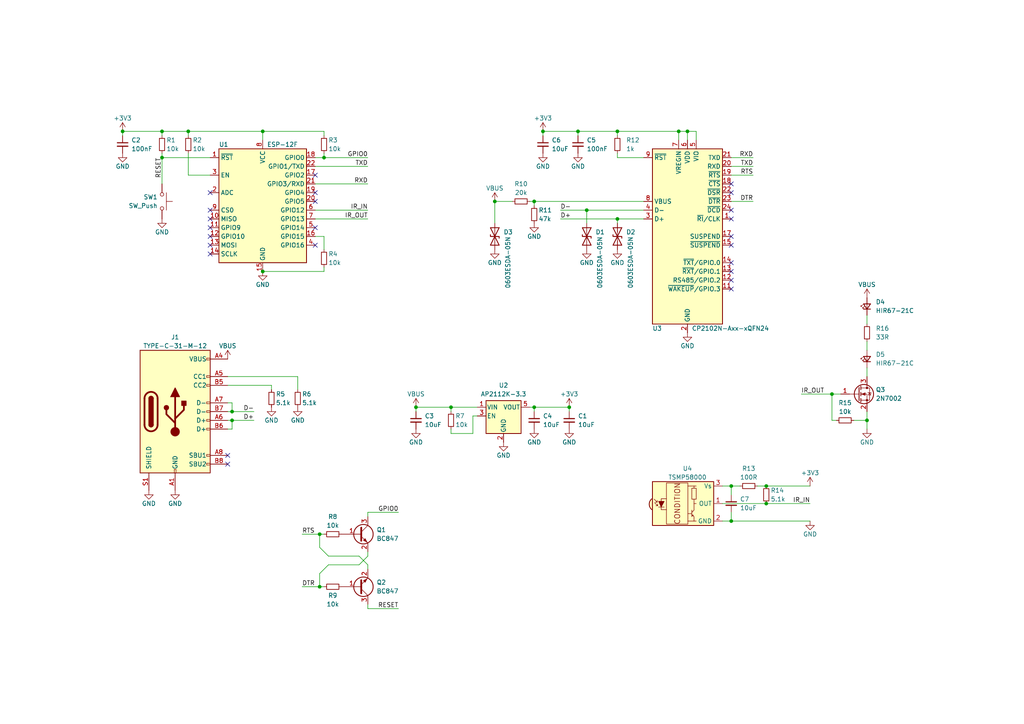
<source format=kicad_sch>
(kicad_sch (version 20211123) (generator eeschema)
  (paper "A4")
  (lib_symbols
    (symbol "Connector:USB_C_Receptacle_USB2.0" (pin_names (offset 1.016))
      (property "Reference" "J" (at -10.16 19.05 0))
      (property "Value" "USB_C_Receptacle_USB2.0" (at 19.05 19.05 0))
      (symbol "USB_C_Receptacle_USB2.0_0_0"
        (rectangle (start -0.254 -17.78) (end 0.254 -16.764))
        (rectangle (start 10.16 -14.986) (end 9.144 -15.494))
        (rectangle (start 10.16 -12.446) (end 9.144 -12.954))
        (rectangle (start 10.16 -4.826) (end 9.144 -5.334))
        (rectangle (start 10.16 -2.286) (end 9.144 -2.794))
        (rectangle (start 10.16 0.254) (end 9.144 -0.254))
        (rectangle (start 10.16 2.794) (end 9.144 2.286))
        (rectangle (start 10.16 7.874) (end 9.144 7.366))
        (rectangle (start 10.16 10.414) (end 9.144 9.906))
        (rectangle (start 10.16 15.494) (end 9.144 14.986))
      )
      (symbol "USB_C_Receptacle_USB2.0_0_1"
        (rectangle (start -10.16 17.78) (end 10.16 -17.78) (stroke (width 0.254)) (fill (type background)))
        (arc (start -8.89 -3.81) (mid -6.985 -5.715) (end -5.08 -3.81) (stroke (width 0.508)))
        (arc (start -7.62 -3.81) (mid -6.985 -4.445) (end -6.35 -3.81) (stroke (width 0.254)))
        (arc (start -7.62 -3.81) (mid -6.985 -4.445) (end -6.35 -3.81) (stroke (width 0.254)) (fill (type outline)))
        (rectangle (start -7.62 -3.81) (end -6.35 3.81) (stroke (width 0.254)) (fill (type outline)))
        (arc (start -6.35 3.81) (mid -6.985 4.445) (end -7.62 3.81) (stroke (width 0.254)))
        (arc (start -6.35 3.81) (mid -6.985 4.445) (end -7.62 3.81) (stroke (width 0.254)) (fill (type outline)))
        (arc (start -5.08 3.81) (mid -6.985 5.715) (end -8.89 3.81) (stroke (width 0.508)))
        (circle (center -2.54 1.143) (radius 0.635) (stroke (width 0.254)) (fill (type outline)))
        (circle (center 0 -5.842) (radius 1.27) (fill (type outline)))
        (polyline (pts (xy -8.89 -3.81) (xy -8.89 3.81)) (stroke (width 0.508)))
        (polyline (pts (xy -5.08 3.81) (xy -5.08 -3.81)) (stroke (width 0.508)))
        (polyline (pts (xy 0 -5.842) (xy 0 4.318)) (stroke (width 0.508)))
        (polyline (pts (xy 0 -3.302) (xy -2.54 -0.762) (xy -2.54 0.508)) (stroke (width 0.508)))
        (polyline (pts (xy 0 -2.032) (xy 2.54 0.508) (xy 2.54 1.778)) (stroke (width 0.508)))
        (polyline (pts (xy -1.27 4.318) (xy 0 6.858) (xy 1.27 4.318) (xy -1.27 4.318)) (stroke (width 0.254)) (fill (type outline)))
        (rectangle (start 1.905 1.778) (end 3.175 3.048) (stroke (width 0.254)) (fill (type outline)))
      )
      (symbol "USB_C_Receptacle_USB2.0_1_1"
        (pin passive line (at 0 -22.86 90) (length 5.08) (name "GND") (number "A1"))
        (pin passive line (at 0 -22.86 90) (length 5.08) hide (name "GND") (number "A12"))
        (pin passive line (at 15.24 15.24 180) (length 5.08) (name "VBUS") (number "A4"))
        (pin bidirectional line (at 15.24 10.16 180) (length 5.08) (name "CC1") (number "A5"))
        (pin bidirectional line (at 15.24 -2.54 180) (length 5.08) (name "D+") (number "A6"))
        (pin bidirectional line (at 15.24 2.54 180) (length 5.08) (name "D-") (number "A7"))
        (pin bidirectional line (at 15.24 -12.7 180) (length 5.08) (name "SBU1") (number "A8"))
        (pin passive line (at 15.24 15.24 180) (length 5.08) hide (name "VBUS") (number "A9"))
        (pin passive line (at 0 -22.86 90) (length 5.08) hide (name "GND") (number "B1"))
        (pin passive line (at 0 -22.86 90) (length 5.08) hide (name "GND") (number "B12"))
        (pin passive line (at 15.24 15.24 180) (length 5.08) hide (name "VBUS") (number "B4"))
        (pin bidirectional line (at 15.24 7.62 180) (length 5.08) (name "CC2") (number "B5"))
        (pin bidirectional line (at 15.24 -5.08 180) (length 5.08) (name "D+") (number "B6"))
        (pin bidirectional line (at 15.24 0 180) (length 5.08) (name "D-") (number "B7"))
        (pin bidirectional line (at 15.24 -15.24 180) (length 5.08) (name "SBU2") (number "B8"))
        (pin passive line (at 15.24 15.24 180) (length 5.08) hide (name "VBUS") (number "B9"))
        (pin passive line (at -7.62 -22.86 90) (length 5.08) (name "SHIELD") (number "S1"))
      )
    )
    (symbol "Device:C_Small" (pin_numbers hide) (pin_names (offset 0.254) hide)
      (property "Reference" "C" (at 0.254 1.778 0))
      (property "Value" "C_Small" (at 0.254 -2.032 0))
      (symbol "C_Small_0_1"
        (polyline (pts (xy -1.524 -0.508) (xy 1.524 -0.508)) (stroke (width 0.3302)))
        (polyline (pts (xy -1.524 0.508) (xy 1.524 0.508)) (stroke (width 0.3048)))
      )
      (symbol "C_Small_1_1"
        (pin passive line (at 0 2.54 270) (length 2.032) (name "~") (number "1"))
        (pin passive line (at 0 -2.54 90) (length 2.032) (name "~") (number "2"))
      )
    )
    (symbol "Device:D_TVS" (pin_numbers hide) (pin_names (offset 1.016) hide)
      (property "Reference" "D" (at 0 2.54 0))
      (property "Value" "D_TVS" (at 0 -2.54 0))
      (symbol "D_TVS_0_1"
        (polyline (pts (xy 1.27 0) (xy -1.27 0)))
        (polyline (pts (xy 0.508 1.27) (xy 0 1.27) (xy 0 -1.27) (xy -0.508 -1.27)) (stroke (width 0.254)))
        (polyline (pts (xy -2.54 1.27) (xy -2.54 -1.27) (xy 2.54 1.27) (xy 2.54 -1.27) (xy -2.54 1.27)) (stroke (width 0.254)))
      )
      (symbol "D_TVS_1_1"
        (pin passive line (at -3.81 0 0) (length 2.54) (name "A1") (number "1"))
        (pin passive line (at 3.81 0 180) (length 2.54) (name "A2") (number "2"))
      )
    )
    (symbol "Device:LED_Small" (pin_numbers hide) (pin_names (offset 0.254) hide)
      (property "Reference" "D" (at -1.27 3.175 0))
      (property "Value" "LED_Small" (at -4.445 -2.54 0))
      (symbol "LED_Small_0_1"
        (polyline (pts (xy -0.762 -1.016) (xy -0.762 1.016)) (stroke (width 0.254)))
        (polyline (pts (xy 1.016 0) (xy -0.762 0)))
        (polyline (pts (xy 0.762 -1.016) (xy -0.762 0) (xy 0.762 1.016) (xy 0.762 -1.016)) (stroke (width 0.254)))
        (polyline (pts (xy 0 0.762) (xy -0.508 1.27) (xy -0.254 1.27) (xy -0.508 1.27) (xy -0.508 1.016)))
        (polyline (pts (xy 0.508 1.27) (xy 0 1.778) (xy 0.254 1.778) (xy 0 1.778) (xy 0 1.524)))
      )
      (symbol "LED_Small_1_1"
        (pin passive line (at -2.54 0 0) (length 1.778) (name "K") (number "1"))
        (pin passive line (at 2.54 0 180) (length 1.778) (name "A") (number "2"))
      )
    )
    (symbol "Device:R_Small" (pin_numbers hide) (pin_names (offset 0.254) hide)
      (property "Reference" "R" (at 0.762 0.508 0))
      (property "Value" "R_Small" (at 0.762 -1.016 0))
      (symbol "R_Small_0_1"
        (rectangle (start -0.762 1.778) (end 0.762 -1.778) (stroke (width 0.2032)))
      )
      (symbol "R_Small_1_1"
        (pin passive line (at 0 2.54 270) (length 0.762) (name "~") (number "1"))
        (pin passive line (at 0 -2.54 90) (length 0.762) (name "~") (number "2"))
      )
    )
    (symbol "Interface_Optical:TSMP58000"
      (property "Reference" "U" (at -10.16 7.62 0))
      (property "Value" "TSMP58000" (at -10.16 -7.62 0))
      (symbol "TSMP58000_0_0"
        (arc (start -10.287 1.397) (mid -11.0899 -0.1852) (end -10.287 -1.778) (stroke (width 0.254)) (fill (type background)))
        (polyline (pts (xy 1.905 -5.08) (xy 0.127 -5.08)))
        (polyline (pts (xy 1.905 5.08) (xy 0.127 5.08)))
        (text "CONDITION" (at -2.921 0 900) (effects (font (size 1.524 1.524))))
      )
      (symbol "TSMP58000_0_1"
        (rectangle (start -6.096 5.969) (end 0.127 -5.969))
        (polyline (pts (xy -8.763 0.381) (xy -9.652 1.27)))
        (polyline (pts (xy -8.763 0.381) (xy -9.271 0.381)))
        (polyline (pts (xy -8.763 0.381) (xy -8.763 0.889)))
        (polyline (pts (xy -8.636 -0.635) (xy -9.525 0.254)))
        (polyline (pts (xy -8.636 -0.635) (xy -9.144 -0.635)))
        (polyline (pts (xy -8.636 -0.635) (xy -8.636 -0.127)))
        (polyline (pts (xy -8.382 -1.016) (xy -6.731 -1.016)))
        (polyline (pts (xy 1.27 -2.921) (xy 0.127 -2.921)))
        (polyline (pts (xy 1.27 -1.905) (xy 1.27 -3.81)))
        (polyline (pts (xy 1.397 -3.556) (xy 1.524 -3.556)))
        (polyline (pts (xy 1.651 -3.556) (xy 1.524 -3.556)))
        (polyline (pts (xy 1.651 -3.556) (xy 1.651 -3.302)))
        (polyline (pts (xy 1.905 0) (xy 1.905 1.27)))
        (polyline (pts (xy 1.905 4.445) (xy 1.905 5.08) (xy 2.54 5.08)))
        (polyline (pts (xy -8.382 0.635) (xy -6.731 0.635) (xy -7.62 -1.016) (xy -8.382 0.635)) (fill (type outline)))
        (polyline (pts (xy -6.096 1.397) (xy -7.62 1.397) (xy -7.62 -1.778) (xy -6.096 -1.778)))
        (polyline (pts (xy 1.27 -3.175) (xy 1.905 -3.81) (xy 1.905 -5.08) (xy 2.54 -5.08)))
        (polyline (pts (xy 1.27 -2.54) (xy 1.905 -1.905) (xy 1.905 0) (xy 2.54 0)))
        (rectangle (start 2.54 1.27) (end 1.27 4.445))
        (rectangle (start 7.62 6.35) (end -10.16 -6.35) (stroke (width 0.254)) (fill (type background)))
      )
      (symbol "TSMP58000_1_1"
        (pin output line (at 10.16 0 180) (length 2.54) (name "OUT") (number "1"))
        (pin power_in line (at 10.16 -5.08 180) (length 2.54) (name "GND") (number "2"))
        (pin power_in line (at 10.16 5.08 180) (length 2.54) (name "Vs") (number "3"))
      )
    )
    (symbol "Interface_USB:CP2102N-Axx-xQFN24"
      (property "Reference" "U" (at -8.89 26.67 0))
      (property "Value" "CP2102N-Axx-xQFN24" (at 13.97 26.67 0))
      (symbol "CP2102N-Axx-xQFN24_0_1"
        (rectangle (start -10.16 25.4) (end 10.16 -25.4) (stroke (width 0.254)) (fill (type background)))
      )
      (symbol "CP2102N-Axx-xQFN24_1_1"
        (pin bidirectional line (at 12.7 5.08 180) (length 2.54) (name "~{RI}/CLK") (number "1"))
        (pin no_connect line (at -10.16 -22.86 0) (length 2.54) hide (name "NC") (number "10"))
        (pin bidirectional line (at 12.7 -15.24 180) (length 2.54) (name "~{WAKEUP}/GPIO.3") (number "11"))
        (pin bidirectional line (at 12.7 -12.7 180) (length 2.54) (name "RS485/GPIO.2") (number "12"))
        (pin bidirectional line (at 12.7 -10.16 180) (length 2.54) (name "~{RXT}/GPIO.1") (number "13"))
        (pin bidirectional line (at 12.7 -7.62 180) (length 2.54) (name "~{TXT}/GPIO.0") (number "14"))
        (pin output line (at 12.7 -2.54 180) (length 2.54) (name "~{SUSPEND}") (number "15"))
        (pin no_connect line (at 10.16 -22.86 180) (length 2.54) hide (name "NC") (number "16"))
        (pin output line (at 12.7 0 180) (length 2.54) (name "SUSPEND") (number "17"))
        (pin input line (at 12.7 15.24 180) (length 2.54) (name "~{CTS}") (number "18"))
        (pin output line (at 12.7 17.78 180) (length 2.54) (name "~{RTS}") (number "19"))
        (pin power_in line (at 0 -27.94 90) (length 2.54) (name "GND") (number "2"))
        (pin input line (at 12.7 20.32 180) (length 2.54) (name "RXD") (number "20"))
        (pin output line (at 12.7 22.86 180) (length 2.54) (name "TXD") (number "21"))
        (pin input line (at 12.7 12.7 180) (length 2.54) (name "~{DSR}") (number "22"))
        (pin output line (at 12.7 10.16 180) (length 2.54) (name "~{DTR}") (number "23"))
        (pin input line (at 12.7 7.62 180) (length 2.54) (name "~{DCD}") (number "24"))
        (pin passive line (at 0 -27.94 90) (length 2.54) hide (name "GND") (number "25"))
        (pin bidirectional line (at -12.7 5.08 0) (length 2.54) (name "D+") (number "3"))
        (pin bidirectional line (at -12.7 7.62 0) (length 2.54) (name "D-") (number "4"))
        (pin power_in line (at 2.54 27.94 270) (length 2.54) (name "VIO") (number "5"))
        (pin power_in line (at 0 27.94 270) (length 2.54) (name "VDD") (number "6"))
        (pin power_in line (at -2.54 27.94 270) (length 2.54) (name "VREGIN") (number "7"))
        (pin input line (at -12.7 10.16 0) (length 2.54) (name "VBUS") (number "8"))
        (pin input line (at -12.7 22.86 0) (length 2.54) (name "~{RST}") (number "9"))
      )
    )
    (symbol "RF_Module:ESP-12F"
      (property "Reference" "U" (at -12.7 19.05 0))
      (property "Value" "ESP-12F" (at 12.7 19.05 0))
      (symbol "ESP-12F_0_1"
        (rectangle (start -12.7 17.78) (end 12.7 -15.24) (stroke (width 0.254)) (fill (type background)))
      )
      (symbol "ESP-12F_1_1"
        (pin input line (at -15.24 15.24 0) (length 2.54) (name "~{RST}") (number "1"))
        (pin bidirectional line (at -15.24 -2.54 0) (length 2.54) (name "MISO") (number "10"))
        (pin bidirectional line (at -15.24 -5.08 0) (length 2.54) (name "GPIO9") (number "11"))
        (pin bidirectional line (at -15.24 -7.62 0) (length 2.54) (name "GPIO10") (number "12"))
        (pin bidirectional line (at -15.24 -10.16 0) (length 2.54) (name "MOSI") (number "13"))
        (pin bidirectional line (at -15.24 -12.7 0) (length 2.54) (name "SCLK") (number "14"))
        (pin power_in line (at 0 -17.78 90) (length 2.54) (name "GND") (number "15"))
        (pin bidirectional line (at 15.24 -7.62 180) (length 2.54) (name "GPIO15") (number "16"))
        (pin bidirectional line (at 15.24 10.16 180) (length 2.54) (name "GPIO2") (number "17"))
        (pin bidirectional line (at 15.24 15.24 180) (length 2.54) (name "GPIO0") (number "18"))
        (pin bidirectional line (at 15.24 5.08 180) (length 2.54) (name "GPIO4") (number "19"))
        (pin input line (at -15.24 5.08 0) (length 2.54) (name "ADC") (number "2"))
        (pin bidirectional line (at 15.24 2.54 180) (length 2.54) (name "GPIO5") (number "20"))
        (pin bidirectional line (at 15.24 7.62 180) (length 2.54) (name "GPIO3/RXD") (number "21"))
        (pin bidirectional line (at 15.24 12.7 180) (length 2.54) (name "GPIO1/TXD") (number "22"))
        (pin input line (at -15.24 10.16 0) (length 2.54) (name "EN") (number "3"))
        (pin bidirectional line (at 15.24 -10.16 180) (length 2.54) (name "GPIO16") (number "4"))
        (pin bidirectional line (at 15.24 -5.08 180) (length 2.54) (name "GPIO14") (number "5"))
        (pin bidirectional line (at 15.24 0 180) (length 2.54) (name "GPIO12") (number "6"))
        (pin bidirectional line (at 15.24 -2.54 180) (length 2.54) (name "GPIO13") (number "7"))
        (pin power_in line (at 0 20.32 270) (length 2.54) (name "VCC") (number "8"))
        (pin input line (at -15.24 0 0) (length 2.54) (name "CS0") (number "9"))
      )
    )
    (symbol "Regulator_Linear:AP2112K-3.3" (pin_names (offset 0.254))
      (property "Reference" "U" (at -5.08 5.715 0))
      (property "Value" "AP2112K-3.3" (at 0 5.715 0))
      (symbol "AP2112K-3.3_0_1"
        (rectangle (start -5.08 4.445) (end 5.08 -5.08) (stroke (width 0.254)) (fill (type background)))
      )
      (symbol "AP2112K-3.3_1_1"
        (pin power_in line (at -7.62 2.54 0) (length 2.54) (name "VIN") (number "1"))
        (pin power_in line (at 0 -7.62 90) (length 2.54) (name "GND") (number "2"))
        (pin input line (at -7.62 0 0) (length 2.54) (name "EN") (number "3"))
        (pin no_connect line (at 5.08 0 180) (length 2.54) hide (name "NC") (number "4"))
        (pin power_out line (at 7.62 2.54 180) (length 2.54) (name "VOUT") (number "5"))
      )
    )
    (symbol "Switch:SW_Push" (pin_numbers hide) (pin_names (offset 1.016) hide)
      (property "Reference" "SW" (at 1.27 2.54 0))
      (property "Value" "SW_Push" (at 0 -1.524 0))
      (symbol "SW_Push_0_1"
        (circle (center -2.032 0) (radius 0.508))
        (polyline (pts (xy 0 1.27) (xy 0 3.048)))
        (polyline (pts (xy 2.54 1.27) (xy -2.54 1.27)))
        (circle (center 2.032 0) (radius 0.508))
        (pin passive line (at -5.08 0 0) (length 2.54) (name "1") (number "1"))
        (pin passive line (at 5.08 0 180) (length 2.54) (name "2") (number "2"))
      )
    )
    (symbol "Transistor_BJT:BC847" (pin_names (offset 0) hide)
      (property "Reference" "Q" (at 5.08 1.905 0))
      (property "Value" "BC847" (at 5.08 0 0))
      (symbol "BC847_0_1"
        (polyline (pts (xy 0.635 0.635) (xy 2.54 2.54)))
        (polyline (pts (xy 0.635 -0.635) (xy 2.54 -2.54) (xy 2.54 -2.54)))
        (polyline (pts (xy 0.635 1.905) (xy 0.635 -1.905) (xy 0.635 -1.905)) (stroke (width 0.508)))
        (polyline (pts (xy 1.27 -1.778) (xy 1.778 -1.27) (xy 2.286 -2.286) (xy 1.27 -1.778) (xy 1.27 -1.778)) (fill (type outline)))
        (circle (center 1.27 0) (radius 2.8194) (stroke (width 0.254)))
      )
      (symbol "BC847_1_1"
        (pin input line (at -5.08 0 0) (length 5.715) (name "B") (number "1"))
        (pin passive line (at 2.54 -5.08 90) (length 2.54) (name "E") (number "2"))
        (pin passive line (at 2.54 5.08 270) (length 2.54) (name "C") (number "3"))
      )
    )
    (symbol "Transistor_FET:2N7002" (pin_names hide)
      (property "Reference" "Q" (at 5.08 1.905 0))
      (property "Value" "2N7002" (at 5.08 0 0))
      (symbol "2N7002_0_1"
        (polyline (pts (xy 0.254 0) (xy -2.54 0)))
        (polyline (pts (xy 0.254 1.905) (xy 0.254 -1.905)) (stroke (width 0.254)))
        (polyline (pts (xy 0.762 -1.27) (xy 0.762 -2.286)) (stroke (width 0.254)))
        (polyline (pts (xy 0.762 0.508) (xy 0.762 -0.508)) (stroke (width 0.254)))
        (polyline (pts (xy 0.762 2.286) (xy 0.762 1.27)) (stroke (width 0.254)))
        (polyline (pts (xy 2.54 2.54) (xy 2.54 1.778)))
        (polyline (pts (xy 2.54 -2.54) (xy 2.54 0) (xy 0.762 0)))
        (polyline (pts (xy 0.762 -1.778) (xy 3.302 -1.778) (xy 3.302 1.778) (xy 0.762 1.778)))
        (polyline (pts (xy 1.016 0) (xy 2.032 0.381) (xy 2.032 -0.381) (xy 1.016 0)) (fill (type outline)))
        (polyline (pts (xy 2.794 0.508) (xy 2.921 0.381) (xy 3.683 0.381) (xy 3.81 0.254)))
        (polyline (pts (xy 3.302 0.381) (xy 2.921 -0.254) (xy 3.683 -0.254) (xy 3.302 0.381)))
        (circle (center 1.651 0) (radius 2.794) (stroke (width 0.254)))
        (circle (center 2.54 -1.778) (radius 0.254) (fill (type outline)))
        (circle (center 2.54 1.778) (radius 0.254) (fill (type outline)))
      )
      (symbol "2N7002_1_1"
        (pin input line (at -5.08 0 0) (length 2.54) (name "G") (number "1"))
        (pin passive line (at 2.54 -5.08 90) (length 2.54) (name "S") (number "2"))
        (pin passive line (at 2.54 5.08 270) (length 2.54) (name "D") (number "3"))
      )
    )
    (symbol "power:+3.3V" (power) (pin_names (offset 0))
      (property "Value" "+3.3V" (at 0 3.556 0))
      (symbol "+3.3V_0_1"
        (polyline (pts (xy -0.762 1.27) (xy 0 2.54)))
        (polyline (pts (xy 0 0) (xy 0 2.54)))
        (polyline (pts (xy 0 2.54) (xy 0.762 1.27)))
      )
      (symbol "+3.3V_1_1"
        (pin power_in line (at 0 0 90) (length 0) hide (name "+3V3") (number "1"))
      )
    )
    (symbol "power:GND" (power) (pin_names (offset 0))
      (property "Value" "GND" (at 0 -3.81 0))
      (symbol "GND_0_1"
        (polyline (pts (xy 0 0) (xy 0 -1.27) (xy 1.27 -1.27) (xy 0 -2.54) (xy -1.27 -1.27) (xy 0 -1.27)))
      )
      (symbol "GND_1_1"
        (pin power_in line (at 0 0 270) (length 0) hide (name "GND") (number "1"))
      )
    )
    (symbol "power:VBUS" (power) (pin_names (offset 0))
      (property "Value" "VBUS" (at 0 3.81 0))
      (symbol "VBUS_0_1"
        (polyline (pts (xy -0.762 1.27) (xy 0 2.54)))
        (polyline (pts (xy 0 0) (xy 0 2.54)))
        (polyline (pts (xy 0 2.54) (xy 0.762 1.27)))
      )
      (symbol "VBUS_1_1"
        (pin power_in line (at 0 0 90) (length 0) hide (name "VBUS") (number "1"))
      )
    )
  )
  (junction (at 199.39 38.1))
  (junction (at 165.1 118.11))
  (junction (at 251.46 121.92))
  (junction (at 154.94 118.11))
  (junction (at 93.98 45.72))
  (junction (at 157.48 38.1))
  (junction (at 196.85 38.1))
  (junction (at 130.81 118.11))
  (junction (at 92.71 170.18))
  (junction (at 222.25 146.05))
  (junction (at 92.71 154.94))
  (junction (at 179.07 38.1))
  (junction (at 35.56 38.1))
  (junction (at 154.94 58.42))
  (junction (at 46.99 45.72))
  (junction (at 54.61 38.1))
  (junction (at 67.31 121.92))
  (junction (at 120.65 118.11))
  (junction (at 170.18 60.96))
  (junction (at 76.2 78.74))
  (junction (at 76.2 38.1))
  (junction (at 179.07 63.5))
  (junction (at 143.51 58.42))
  (junction (at 222.25 140.97))
  (junction (at 46.99 38.1))
  (junction (at 167.64 38.1))
  (junction (at 212.09 140.97))
  (junction (at 241.3 114.3))
  (junction (at 67.31 119.38))
  (junction (at 212.09 151.13))
  (no_connect (at 66.04 134.62))
  (no_connect (at 66.04 132.08))
  (no_connect (at 212.09 83.82))
  (no_connect (at 212.09 76.2))
  (no_connect (at 212.09 81.28))
  (no_connect (at 212.09 78.74))
  (no_connect (at 212.09 53.34))
  (no_connect (at 212.09 71.12))
  (no_connect (at 212.09 55.88))
  (no_connect (at 212.09 68.58))
  (no_connect (at 212.09 60.96))
  (no_connect (at 212.09 63.5))
  (no_connect (at 60.96 66.04))
  (no_connect (at 91.44 66.04))
  (no_connect (at 60.96 68.58))
  (no_connect (at 91.44 71.12))
  (no_connect (at 91.44 55.88))
  (no_connect (at 91.44 58.42))
  (no_connect (at 91.44 50.8))
  (no_connect (at 60.96 73.66))
  (no_connect (at 60.96 63.5))
  (no_connect (at 60.96 71.12))
  (no_connect (at 60.96 60.96))
  (no_connect (at 60.96 55.88))
  (wire (pts (xy 87.63 170.18) (xy 92.71 170.18)))
  (wire (pts (xy 154.94 58.42) (xy 154.94 59.69)))
  (wire (pts (xy 241.3 121.92) (xy 241.3 114.3)))
  (wire (pts (xy 46.99 44.45) (xy 46.99 45.72)))
  (wire (pts (xy 106.68 161.29) (xy 104.14 163.83)))
  (wire (pts (xy 222.25 146.05) (xy 234.95 146.05)))
  (wire (pts (xy 67.31 119.38) (xy 73.66 119.38)))
  (wire (pts (xy 91.44 68.58) (xy 93.98 68.58)))
  (wire (pts (xy 130.81 124.46) (xy 130.81 125.73)))
  (wire (pts (xy 92.71 154.94) (xy 93.98 154.94)))
  (wire (pts (xy 212.09 45.72) (xy 218.44 45.72)))
  (wire (pts (xy 251.46 106.68) (xy 251.46 109.22)))
  (wire (pts (xy 91.44 60.96) (xy 106.68 60.96)))
  (wire (pts (xy 251.46 121.92) (xy 251.46 124.46)))
  (wire (pts (xy 35.56 39.37) (xy 35.56 38.1)))
  (wire (pts (xy 251.46 91.44) (xy 251.46 93.98)))
  (wire (pts (xy 179.07 38.1) (xy 196.85 38.1)))
  (wire (pts (xy 46.99 39.37) (xy 46.99 38.1)))
  (wire (pts (xy 86.36 109.22) (xy 86.36 113.03)))
  (wire (pts (xy 91.44 63.5) (xy 106.68 63.5)))
  (wire (pts (xy 120.65 119.38) (xy 120.65 118.11)))
  (wire (pts (xy 54.61 44.45) (xy 54.61 50.8)))
  (wire (pts (xy 162.56 60.96) (xy 170.18 60.96)))
  (wire (pts (xy 143.51 58.42) (xy 148.59 58.42)))
  (wire (pts (xy 154.94 118.11) (xy 165.1 118.11)))
  (wire (pts (xy 92.71 170.18) (xy 93.98 170.18)))
  (wire (pts (xy 106.68 176.53) (xy 115.57 176.53)))
  (wire (pts (xy 93.98 45.72) (xy 106.68 45.72)))
  (wire (pts (xy 106.68 148.59) (xy 115.57 148.59)))
  (wire (pts (xy 93.98 78.74) (xy 76.2 78.74)))
  (wire (pts (xy 212.09 58.42) (xy 218.44 58.42)))
  (wire (pts (xy 91.44 48.26) (xy 106.68 48.26)))
  (wire (pts (xy 93.98 44.45) (xy 93.98 45.72)))
  (wire (pts (xy 92.71 166.37) (xy 92.71 170.18)))
  (wire (pts (xy 66.04 124.46) (xy 67.31 124.46)))
  (wire (pts (xy 199.39 38.1) (xy 199.39 40.64)))
  (wire (pts (xy 130.81 125.73) (xy 137.16 125.73)))
  (wire (pts (xy 167.64 38.1) (xy 167.64 39.37)))
  (wire (pts (xy 35.56 38.1) (xy 46.99 38.1)))
  (wire (pts (xy 157.48 38.1) (xy 167.64 38.1)))
  (wire (pts (xy 209.55 151.13) (xy 212.09 151.13)))
  (wire (pts (xy 179.07 44.45) (xy 179.07 45.72)))
  (wire (pts (xy 157.48 39.37) (xy 157.48 38.1)))
  (wire (pts (xy 251.46 99.06) (xy 251.46 101.6)))
  (wire (pts (xy 219.71 140.97) (xy 222.25 140.97)))
  (wire (pts (xy 212.09 140.97) (xy 214.63 140.97)))
  (wire (pts (xy 106.68 165.1) (xy 106.68 163.83)))
  (wire (pts (xy 46.99 38.1) (xy 54.61 38.1)))
  (wire (pts (xy 106.68 163.83) (xy 104.14 161.29)))
  (wire (pts (xy 170.18 60.96) (xy 170.18 64.77)))
  (wire (pts (xy 201.93 38.1) (xy 201.93 40.64)))
  (wire (pts (xy 54.61 38.1) (xy 76.2 38.1)))
  (wire (pts (xy 120.65 118.11) (xy 130.81 118.11)))
  (wire (pts (xy 212.09 151.13) (xy 234.95 151.13)))
  (wire (pts (xy 67.31 121.92) (xy 73.66 121.92)))
  (wire (pts (xy 153.67 58.42) (xy 154.94 58.42)))
  (wire (pts (xy 93.98 39.37) (xy 93.98 38.1)))
  (wire (pts (xy 67.31 116.84) (xy 67.31 119.38)))
  (wire (pts (xy 130.81 118.11) (xy 130.81 119.38)))
  (wire (pts (xy 199.39 38.1) (xy 201.93 38.1)))
  (wire (pts (xy 92.71 154.94) (xy 92.71 158.75)))
  (wire (pts (xy 241.3 114.3) (xy 243.84 114.3)))
  (wire (pts (xy 154.94 58.42) (xy 186.69 58.42)))
  (wire (pts (xy 93.98 45.72) (xy 91.44 45.72)))
  (wire (pts (xy 179.07 45.72) (xy 186.69 45.72)))
  (wire (pts (xy 242.57 121.92) (xy 241.3 121.92)))
  (wire (pts (xy 179.07 63.5) (xy 186.69 63.5)))
  (wire (pts (xy 54.61 50.8) (xy 60.96 50.8)))
  (wire (pts (xy 104.14 161.29) (xy 95.25 161.29)))
  (wire (pts (xy 54.61 39.37) (xy 54.61 38.1)))
  (wire (pts (xy 179.07 63.5) (xy 179.07 64.77)))
  (wire (pts (xy 196.85 38.1) (xy 199.39 38.1)))
  (wire (pts (xy 209.55 146.05) (xy 222.25 146.05)))
  (wire (pts (xy 170.18 60.96) (xy 186.69 60.96)))
  (wire (pts (xy 162.56 63.5) (xy 179.07 63.5)))
  (wire (pts (xy 153.67 118.11) (xy 154.94 118.11)))
  (wire (pts (xy 66.04 111.76) (xy 78.74 111.76)))
  (wire (pts (xy 154.94 118.11) (xy 154.94 119.38)))
  (wire (pts (xy 130.81 118.11) (xy 138.43 118.11)))
  (wire (pts (xy 46.99 45.72) (xy 60.96 45.72)))
  (wire (pts (xy 67.31 121.92) (xy 67.31 124.46)))
  (wire (pts (xy 212.09 140.97) (xy 212.09 143.51)))
  (wire (pts (xy 66.04 116.84) (xy 67.31 116.84)))
  (wire (pts (xy 167.64 38.1) (xy 179.07 38.1)))
  (wire (pts (xy 78.74 111.76) (xy 78.74 113.03)))
  (wire (pts (xy 93.98 77.47) (xy 93.98 78.74)))
  (wire (pts (xy 212.09 50.8) (xy 218.44 50.8)))
  (wire (pts (xy 104.14 163.83) (xy 95.25 163.83)))
  (wire (pts (xy 95.25 163.83) (xy 92.71 166.37)))
  (wire (pts (xy 247.65 121.92) (xy 251.46 121.92)))
  (wire (pts (xy 76.2 38.1) (xy 93.98 38.1)))
  (wire (pts (xy 251.46 119.38) (xy 251.46 121.92)))
  (wire (pts (xy 91.44 53.34) (xy 106.68 53.34)))
  (wire (pts (xy 137.16 120.65) (xy 138.43 120.65)))
  (wire (pts (xy 66.04 119.38) (xy 67.31 119.38)))
  (wire (pts (xy 106.68 149.86) (xy 106.68 148.59)))
  (wire (pts (xy 165.1 118.11) (xy 165.1 119.38)))
  (wire (pts (xy 212.09 48.26) (xy 218.44 48.26)))
  (wire (pts (xy 87.63 154.94) (xy 92.71 154.94)))
  (wire (pts (xy 93.98 68.58) (xy 93.98 72.39)))
  (wire (pts (xy 95.25 161.29) (xy 92.71 158.75)))
  (wire (pts (xy 137.16 125.73) (xy 137.16 120.65)))
  (wire (pts (xy 46.99 45.72) (xy 46.99 53.34)))
  (wire (pts (xy 212.09 148.59) (xy 212.09 151.13)))
  (wire (pts (xy 179.07 38.1) (xy 179.07 39.37)))
  (wire (pts (xy 209.55 140.97) (xy 212.09 140.97)))
  (wire (pts (xy 196.85 38.1) (xy 196.85 40.64)))
  (wire (pts (xy 76.2 38.1) (xy 76.2 40.64)))
  (wire (pts (xy 232.41 114.3) (xy 241.3 114.3)))
  (wire (pts (xy 66.04 109.22) (xy 86.36 109.22)))
  (wire (pts (xy 66.04 121.92) (xy 67.31 121.92)))
  (wire (pts (xy 222.25 140.97) (xy 234.95 140.97)))
  (wire (pts (xy 143.51 58.42) (xy 143.51 64.77)))
  (wire (pts (xy 106.68 175.26) (xy 106.68 176.53)))
  (wire (pts (xy 106.68 160.02) (xy 106.68 161.29)))
  (label "DTR" (at 218.44 58.42 180))
  (label "TXD" (at 106.68 48.26 180))
  (label "IR_OUT" (at 232.41 114.3 0))
  (label "RTS" (at 87.63 154.94 0))
  (label "RTS" (at 218.44 50.8 180))
  (label "IR_IN" (at 106.68 60.96 180))
  (label "GPIO0" (at 106.68 45.72 180))
  (label "RESET" (at 46.99 45.72 270))
  (label "RESET" (at 115.57 176.53 180))
  (label "GPIO0" (at 115.57 148.59 180))
  (label "D-" (at 73.66 119.38 180))
  (label "D-" (at 162.56 60.96 0))
  (label "TXD" (at 218.44 48.26 180))
  (label "IR_OUT" (at 106.68 63.5 180))
  (label "D+" (at 162.56 63.5 0))
  (label "D+" (at 73.66 121.92 180))
  (label "DTR" (at 87.63 170.18 0))
  (label "RXD" (at 218.44 45.72 180))
  (label "IR_IN" (at 234.95 146.05 180))
  (label "RXD" (at 106.68 53.34 180))
  (symbol (lib_id "Device:R_Small") (at 251.46 96.52 0) (unit 1)
    (property "Reference" "R16" (at 254 95.2499 0) (effects (justify left)))
    (property "Value" "33R" (at 254 97.7899 0) (effects (justify left)))
    (property "Footprint" "Resistor_SMD:R_1206_3216Metric" (effects hide))
    (property "LCSC" "C144495" (effects hide))
  )
  (symbol (lib_id "power:GND") (at 170.18 72.39 0) (unit 1)
    (property "Reference" "#PWR0117" (effects hide))
    (property "Value" "GND" (at 170.18 76.2 0))
  )
  (symbol (lib_id "power:GND") (at 78.74 118.11 0) (unit 1)
    (property "Reference" "#PWR0107" (effects hide))
    (property "Value" "GND" (at 78.74 121.92 0))
  )
  (symbol (lib_id "Device:C_Small") (at 154.94 121.92 0) (unit 1)
    (property "Reference" "C4" (at 157.48 120.6562 0) (effects (justify left)))
    (property "Value" "10uF" (at 157.48 123.1962 0) (effects (justify left)))
    (property "Footprint" "Capacitor_SMD:C_1206_3216Metric" (effects hide))
    (property "LCSC" "C13585" (effects hide))
  )
  (symbol (lib_id "Device:R_Small") (at 93.98 41.91 0) (unit 1)
    (property "Reference" "R3" (at 95.25 40.64 0) (effects (justify left)))
    (property "Value" "10k" (at 95.25 43.18 0) (effects (justify left)))
    (property "Footprint" "Resistor_SMD:R_0603_1608Metric" (effects hide))
    (property "LCSC" "C25804" (effects hide))
  )
  (symbol (lib_id "Device:R_Small") (at 245.11 121.92 90) (unit 1)
    (property "Reference" "R15" (at 245.11 116.84 90))
    (property "Value" "10k" (at 245.11 119.38 90))
    (property "Footprint" "Resistor_SMD:R_0603_1608Metric" (effects hide))
    (property "LCSC" "C25804" (effects hide))
  )
  (symbol (lib_id "power:VBUS") (at 66.04 104.14 0) (unit 1)
    (property "Reference" "#PWR0105" (effects hide))
    (property "Value" "VBUS" (at 66.04 100.33 0))
  )
  (symbol (lib_id "Device:R_Small") (at 96.52 154.94 90) (unit 1)
    (property "Reference" "R8" (at 96.52 149.86 90))
    (property "Value" "10k" (at 96.52 152.4 90))
    (property "Footprint" "Resistor_SMD:R_0603_1608Metric" (effects hide))
    (property "LCSC" "C25804" (effects hide))
  )
  (symbol (lib_id "power:VBUS") (at 143.51 58.42 0) (unit 1)
    (property "Reference" "#PWR0123" (effects hide))
    (property "Value" "VBUS" (at 143.51 54.61 0))
  )
  (symbol (lib_id "Device:LED_Small") (at 251.46 104.14 90) (unit 1)
    (property "Reference" "D5" (at 254 102.8064 90) (effects (justify right)))
    (property "Value" "HIR67-21C" (at 254 105.3464 90) (effects (justify right)))
    (property "Footprint" "LED_SMD:LED_1210_3225Metric_Pad1.42x2.65mm_HandSolder" (effects hide))
    (property "LCSC" "C524055" (effects hide))
  )
  (symbol (lib_id "Device:C_Small") (at 167.64 41.91 0) (unit 1)
    (property "Reference" "C5" (at 170.18 40.6462 0) (effects (justify left)))
    (property "Value" "100nF" (at 170.18 43.1862 0) (effects (justify left)))
    (property "Footprint" "Capacitor_SMD:C_0603_1608Metric" (effects hide))
    (property "LCSC" "C14663" (effects hide))
  )
  (symbol (lib_id "Device:R_Small") (at 46.99 41.91 0) (unit 1)
    (property "Reference" "R1" (at 48.26 40.64 0) (effects (justify left)))
    (property "Value" "10k" (at 48.26 43.18 0) (effects (justify left)))
    (property "Footprint" "Resistor_SMD:R_0603_1608Metric" (effects hide))
    (property "LCSC" "C25804" (effects hide))
  )
  (symbol (lib_id "Transistor_BJT:BC847") (at 104.14 170.18 0) (mirror x) (unit 1)
    (property "Reference" "Q2" (at 109.22 168.9099 0) (effects (justify left)))
    (property "Value" "BC847" (at 109.22 171.4499 0) (effects (justify left)))
    (property "Footprint" "Package_TO_SOT_SMD:SOT-23" (effects hide))
    (property "Datasheet" "http://www.infineon.com/dgdl/Infineon-BC847SERIES_BC848SERIES_BC849SERIES_BC850SERIES-DS-v01_01-en.pdf?fileId=db3a304314dca389011541d4630a1657" (effects hide))
    (property "LCSC" "C2150" (effects hide))
  )
  (symbol (lib_id "Device:R_Small") (at 217.17 140.97 90) (unit 1)
    (property "Reference" "R13" (at 217.17 135.89 90))
    (property "Value" "100R" (at 217.17 138.43 90))
    (property "Footprint" "Resistor_SMD:R_0603_1608Metric" (effects hide))
    (property "LCSC" "C22775" (effects hide))
  )
  (symbol (lib_id "Device:D_TVS") (at 143.51 68.58 270) (unit 1)
    (property "Reference" "D3" (at 146.05 67.3099 90) (effects (justify left)))
    (property "Value" "0603ESDA-05N" (at 147.32 68.58 0) (effects (justify left)))
    (property "Footprint" "Diode_SMD:D_0603_1608Metric" (effects hide))
    (property "LCSC" "C316054" (effects hide))
  )
  (symbol (lib_id "Interface_Optical:TSMP58000") (at 199.39 146.05 0) (unit 1)
    (property "Reference" "U4" (at 199.39 135.89 0))
    (property "Value" "TSMP58000" (at 199.39 138.43 0))
    (property "Footprint" "OptoDevice:Vishay_MINICAST-3Pin" (effects hide))
    (property "Datasheet" "http://www.vishay.com/docs/82485/tsmp58000.pdf" (effects hide))
    (property "LCSC" "C511392" (effects hide))
  )
  (symbol (lib_id "power:GND") (at 154.94 64.77 0) (unit 1)
    (property "Reference" "#PWR0122" (effects hide))
    (property "Value" "GND" (at 154.94 68.58 0))
  )
  (symbol (lib_id "Device:D_TVS") (at 179.07 68.58 270) (unit 1)
    (property "Reference" "D2" (at 181.61 67.3099 90) (effects (justify left)))
    (property "Value" "0603ESDA-05N" (at 182.88 68.58 0) (effects (justify left)))
    (property "Footprint" "Diode_SMD:D_0603_1608Metric" (effects hide))
    (property "LCSC" "C316054" (effects hide))
  )
  (symbol (lib_id "Device:C_Small") (at 35.56 41.91 0) (unit 1)
    (property "Reference" "C2" (at 38.1 40.6462 0) (effects (justify left)))
    (property "Value" "100nF" (at 38.1 43.1862 0) (effects (justify left)))
    (property "Footprint" "Capacitor_SMD:C_0603_1608Metric" (effects hide))
    (property "LCSC" "C14663" (effects hide))
  )
  (symbol (lib_id "Regulator_Linear:AP2112K-3.3") (at 146.05 120.65 0) (unit 1)
    (property "Reference" "U2" (at 146.05 111.76 0))
    (property "Value" "AP2112K-3.3" (at 146.05 114.3 0))
    (property "Footprint" "Package_TO_SOT_SMD:SOT-23-5" (effects hide))
    (property "Datasheet" "https://www.diodes.com/assets/Datasheets/AP2112.pdf" (effects hide))
    (property "LCSC" "C51118" (effects hide))
  )
  (symbol (lib_id "power:GND") (at 76.2 78.74 0) (unit 1)
    (property "Reference" "#PWR0101" (effects hide))
    (property "Value" "GND" (at 76.2 82.55 0))
  )
  (symbol (lib_id "power:GND") (at 234.95 151.13 0) (unit 1)
    (property "Reference" "#PWR0126" (effects hide))
    (property "Value" "GND" (at 234.95 154.94 0))
  )
  (symbol (lib_id "RF_Module:ESP-12F") (at 76.2 60.96 0) (unit 1)
    (property "Reference" "U1" (at 63.5 41.91 0) (effects (justify left)))
    (property "Value" "ESP-12F" (at 77.47 41.91 0) (effects (justify left)))
    (property "Footprint" "RF_Module:ESP-12E" (effects hide))
    (property "LCSC" "C82891" (effects hide))
  )
  (symbol (lib_id "Interface_USB:CP2102N-Axx-xQFN24") (at 199.39 68.58 0) (unit 1)
    (property "Reference" "U3" (at 189.23 95.25 0) (effects (justify left)))
    (property "Value" "CP2102N-Axx-xQFN24" (at 200.66 95.25 0) (effects (justify left)))
    (property "Footprint" "Package_DFN_QFN:SiliconLabs_QFN-20-1EP_3x3mm_P0.5mm" (effects hide))
    (property "Datasheet" "https://www.silabs.com/documents/public/data-sheets/cp2102n-datasheet.pdf" (effects hide))
    (property "LCSC" "C969151" (effects hide))
  )
  (symbol (lib_id "power:+3.3V") (at 35.56 38.1 0) (unit 1)
    (property "Reference" "#PWR0114" (effects hide))
    (property "Value" "+3.3V" (at 35.56 34.29 0))
  )
  (symbol (lib_id "power:GND") (at 50.8 142.24 0) (unit 1)
    (property "Reference" "#PWR0103" (effects hide))
    (property "Value" "GND" (at 50.8 146.05 0))
  )
  (symbol (lib_id "power:GND") (at 146.05 128.27 0) (unit 1)
    (property "Reference" "#PWR0112" (effects hide))
    (property "Value" "GND" (at 146.05 132.08 0))
  )
  (symbol (lib_id "Device:R_Small") (at 93.98 74.93 0) (unit 1)
    (property "Reference" "R4" (at 95.25 73.66 0) (effects (justify left)))
    (property "Value" "10k" (at 95.25 76.2 0) (effects (justify left)))
    (property "Footprint" "Resistor_SMD:R_0603_1608Metric" (effects hide))
    (property "LCSC" "C25804" (effects hide))
  )
  (symbol (lib_id "Device:R_Small") (at 130.81 121.92 0) (unit 1)
    (property "Reference" "R7" (at 132.08 120.65 0) (effects (justify left)))
    (property "Value" "10k" (at 132.08 123.19 0) (effects (justify left)))
    (property "Footprint" "Resistor_SMD:R_0603_1608Metric" (effects hide))
    (property "LCSC" "C25804" (effects hide))
  )
  (symbol (lib_id "power:VBUS") (at 251.46 86.36 0) (unit 1)
    (property "Reference" "#PWR0127" (effects hide))
    (property "Value" "VBUS" (at 251.46 82.55 0))
  )
  (symbol (lib_id "Device:D_TVS") (at 170.18 68.58 270) (unit 1)
    (property "Reference" "D1" (at 172.72 67.3099 90) (effects (justify left)))
    (property "Value" "0603ESDA-05N" (at 173.99 68.58 0) (effects (justify left)))
    (property "Footprint" "Diode_SMD:D_0603_1608Metric" (effects hide))
    (property "LCSC" "C316054" (effects hide))
  )
  (symbol (lib_id "Switch:SW_Push") (at 46.99 58.42 270) (unit 1)
    (property "Reference" "SW1" (at 45.72 57.15 90) (effects (justify right)))
    (property "Value" "SW_Push" (at 45.72 59.69 90) (effects (justify right)))
    (property "Footprint" "Button_Switch_SMD:SW_Push_1P1T-MP_NO_Horizontal_Alps_SKRTLAE010" (effects hide))
    (property "LCSC" "C110293" (effects hide))
  )
  (symbol (lib_id "Device:R_Small") (at 54.61 41.91 0) (unit 1)
    (property "Reference" "R2" (at 55.88 40.64 0) (effects (justify left)))
    (property "Value" "10k" (at 55.88 43.18 0) (effects (justify left)))
    (property "Footprint" "Resistor_SMD:R_0603_1608Metric" (effects hide))
    (property "LCSC" "C25804" (effects hide))
  )
  (symbol (lib_id "power:VBUS") (at 120.65 118.11 0) (unit 1)
    (property "Reference" "#PWR0108" (effects hide))
    (property "Value" "VBUS" (at 120.65 114.3 0))
  )
  (symbol (lib_id "Device:R_Small") (at 86.36 115.57 0) (unit 1)
    (property "Reference" "R6" (at 87.63 114.3 0) (effects (justify left)))
    (property "Value" "5.1k" (at 87.63 116.84 0) (effects (justify left)))
    (property "Footprint" "Resistor_SMD:R_0603_1608Metric" (effects hide))
    (property "LCSC" "C23186" (effects hide))
  )
  (symbol (lib_id "power:+3.3V") (at 234.95 140.97 0) (unit 1)
    (property "Reference" "#PWR0125" (effects hide))
    (property "Value" "+3.3V" (at 234.95 137.16 0))
  )
  (symbol (lib_id "Device:R_Small") (at 151.13 58.42 90) (unit 1)
    (property "Reference" "R10" (at 151.13 53.34 90))
    (property "Value" "20k" (at 151.13 55.88 90))
    (property "Footprint" "Resistor_SMD:R_0603_1608Metric" (effects hide))
    (property "LCSC" "C4184" (effects hide))
  )
  (symbol (lib_id "Device:C_Small") (at 120.65 121.92 0) (unit 1)
    (property "Reference" "C3" (at 123.19 120.6562 0) (effects (justify left)))
    (property "Value" "10uF" (at 123.19 123.1962 0) (effects (justify left)))
    (property "Footprint" "Capacitor_SMD:C_1206_3216Metric" (effects hide))
    (property "LCSC" "C13585" (effects hide))
  )
  (symbol (lib_id "Device:C_Small") (at 157.48 41.91 0) (unit 1)
    (property "Reference" "C6" (at 160.02 40.6462 0) (effects (justify left)))
    (property "Value" "10uF" (at 160.02 43.1862 0) (effects (justify left)))
    (property "Footprint" "Capacitor_SMD:C_1206_3216Metric" (effects hide))
    (property "LCSC" "C13585" (effects hide))
  )
  (symbol (lib_id "power:GND") (at 35.56 44.45 0) (unit 1)
    (property "Reference" "#PWR0102" (effects hide))
    (property "Value" "GND" (at 35.56 48.26 0))
  )
  (symbol (lib_id "Device:C_Small") (at 212.09 146.05 0) (unit 1)
    (property "Reference" "C7" (at 214.63 144.7862 0) (effects (justify left)))
    (property "Value" "10uF" (at 214.63 147.3262 0) (effects (justify left)))
    (property "Footprint" "Capacitor_SMD:C_1206_3216Metric" (effects hide))
    (property "LCSC" "C13585" (effects hide))
  )
  (symbol (lib_id "power:GND") (at 179.07 72.39 0) (unit 1)
    (property "Reference" "#PWR0118" (effects hide))
    (property "Value" "GND" (at 179.07 76.2 0))
  )
  (symbol (lib_id "power:+3.3V") (at 165.1 118.11 0) (unit 1)
    (property "Reference" "#PWR0113" (effects hide))
    (property "Value" "+3.3V" (at 165.1 114.3 0))
  )
  (symbol (lib_id "Device:R_Small") (at 154.94 62.23 0) (unit 1)
    (property "Reference" "R11" (at 156.21 60.96 0) (effects (justify left)))
    (property "Value" "47k" (at 156.21 63.5 0) (effects (justify left)))
    (property "Footprint" "Resistor_SMD:R_0603_1608Metric" (effects hide))
    (property "LCSC" "C25819" (effects hide))
  )
  (symbol (lib_id "power:GND") (at 143.51 72.39 0) (unit 1)
    (property "Reference" "#PWR0124" (effects hide))
    (property "Value" "GND" (at 143.51 76.2 0))
  )
  (symbol (lib_id "Device:R_Small") (at 179.07 41.91 0) (unit 1)
    (property "Reference" "R12" (at 181.61 40.6399 0) (effects (justify left)))
    (property "Value" "1k" (at 181.61 43.1799 0) (effects (justify left)))
    (property "Footprint" "Resistor_SMD:R_0603_1608Metric" (effects hide))
    (property "LCSC" "C21190" (effects hide))
  )
  (symbol (lib_id "Device:R_Small") (at 96.52 170.18 90) (unit 1)
    (property "Reference" "R9" (at 96.52 172.72 90))
    (property "Value" "10k" (at 96.52 175.26 90))
    (property "Footprint" "Resistor_SMD:R_0603_1608Metric" (effects hide))
    (property "LCSC" "C25804" (effects hide))
  )
  (symbol (lib_id "power:GND") (at 165.1 124.46 0) (unit 1)
    (property "Reference" "#PWR0111" (effects hide))
    (property "Value" "GND" (at 165.1 128.27 0))
  )
  (symbol (lib_id "Device:R_Small") (at 78.74 115.57 0) (unit 1)
    (property "Reference" "R5" (at 80.01 114.3 0) (effects (justify left)))
    (property "Value" "5.1k" (at 80.01 116.84 0) (effects (justify left)))
    (property "Footprint" "Resistor_SMD:R_0603_1608Metric" (effects hide))
    (property "LCSC" "C23186" (effects hide))
  )
  (symbol (lib_id "Device:R_Small") (at 222.25 143.51 0) (unit 1)
    (property "Reference" "R14" (at 223.52 142.24 0) (effects (justify left)))
    (property "Value" "5.1k" (at 223.52 144.78 0) (effects (justify left)))
    (property "Footprint" "Resistor_SMD:R_0603_1608Metric" (effects hide))
    (property "LCSC" "C23186" (effects hide))
  )
  (symbol (lib_id "power:GND") (at 167.64 44.45 0) (unit 1)
    (property "Reference" "#PWR0121" (effects hide))
    (property "Value" "GND" (at 167.64 48.26 0))
  )
  (symbol (lib_id "power:GND") (at 120.65 124.46 0) (unit 1)
    (property "Reference" "#PWR0109" (effects hide))
    (property "Value" "GND" (at 120.65 128.27 0))
  )
  (symbol (lib_id "power:GND") (at 43.18 142.24 0) (unit 1)
    (property "Reference" "#PWR0104" (effects hide))
    (property "Value" "GND" (at 43.18 146.05 0))
  )
  (symbol (lib_id "power:GND") (at 199.39 96.52 0) (unit 1)
    (property "Reference" "#PWR0116" (effects hide))
    (property "Value" "GND" (at 199.39 100.33 0))
  )
  (symbol (lib_id "Connector:USB_C_Receptacle_USB2.0") (at 50.8 119.38 0) (unit 1)
    (property "Reference" "J1" (at 50.8 97.79 0))
    (property "Value" "TYPE-C-31-M-12" (at 50.8 100.33 0))
    (property "Footprint" "Connector_USB:USB_C_Receptacle_HRO_TYPE-C-31-M-12" (effects hide))
    (property "Datasheet" "https://www.usb.org/sites/default/files/documents/usb_type-c.zip" (effects hide))
    (property "LCSC" "C165948" (effects hide))
  )
  (symbol (lib_id "power:GND") (at 46.99 63.5 0) (unit 1)
    (property "Reference" "#PWR0115" (effects hide))
    (property "Value" "GND" (at 46.99 67.31 0))
  )
  (symbol (lib_id "Device:C_Small") (at 165.1 121.92 0) (unit 1)
    (property "Reference" "C1" (at 167.64 120.6562 0) (effects (justify left)))
    (property "Value" "10uF" (at 167.64 123.1962 0) (effects (justify left)))
    (property "Footprint" "Capacitor_SMD:C_1206_3216Metric" (effects hide))
    (property "LCSC" "C13585" (effects hide))
  )
  (symbol (lib_id "power:GND") (at 157.48 44.45 0) (unit 1)
    (property "Reference" "#PWR0120" (effects hide))
    (property "Value" "GND" (at 157.48 48.26 0))
  )
  (symbol (lib_id "Transistor_BJT:BC847") (at 104.14 154.94 0) (unit 1)
    (property "Reference" "Q1" (at 109.22 153.6699 0) (effects (justify left)))
    (property "Value" "BC847" (at 109.22 156.2099 0) (effects (justify left)))
    (property "Footprint" "Package_TO_SOT_SMD:SOT-23" (effects hide))
    (property "Datasheet" "http://www.infineon.com/dgdl/Infineon-BC847SERIES_BC848SERIES_BC849SERIES_BC850SERIES-DS-v01_01-en.pdf?fileId=db3a304314dca389011541d4630a1657" (effects hide))
    (property "LCSC" "C2150" (effects hide))
  )
  (symbol (lib_id "power:+3.3V") (at 157.48 38.1 0) (unit 1)
    (property "Reference" "#PWR0119" (effects hide))
    (property "Value" "+3.3V" (at 157.48 34.29 0))
  )
  (symbol (lib_id "power:GND") (at 251.46 124.46 0) (unit 1)
    (property "Reference" "#PWR0128" (effects hide))
    (property "Value" "GND" (at 251.46 128.27 0))
  )
  (symbol (lib_id "power:GND") (at 86.36 118.11 0) (unit 1)
    (property "Reference" "#PWR0106" (effects hide))
    (property "Value" "GND" (at 86.36 121.92 0))
  )
  (symbol (lib_id "Transistor_FET:2N7002") (at 248.92 114.3 0) (unit 1)
    (property "Reference" "Q3" (at 254 113.03 0) (effects (justify left)))
    (property "Value" "2N7002" (at 254 115.57 0) (effects (justify left)))
    (property "Footprint" "Package_TO_SOT_SMD:SOT-23" (effects hide))
    (property "Datasheet" "https://www.onsemi.com/pub/Collateral/NDS7002A-D.PDF" (effects hide))
    (property "LCSC" "C414015" (effects hide))
  )
  (symbol (lib_id "power:GND") (at 154.94 124.46 0) (unit 1)
    (property "Reference" "#PWR0110" (effects hide))
    (property "Value" "GND" (at 154.94 128.27 0))
  )
  (symbol (lib_id "Device:LED_Small") (at 251.46 88.9 90) (unit 1)
    (property "Reference" "D4" (at 254 87.5664 90) (effects (justify right)))
    (property "Value" "HIR67-21C" (at 254 90.1064 90) (effects (justify right)))
    (property "Footprint" "LED_SMD:LED_1210_3225Metric_Pad1.42x2.65mm_HandSolder" (effects hide))
    (property "LCSC" "C524055" (effects hide))
  )
)
</source>
